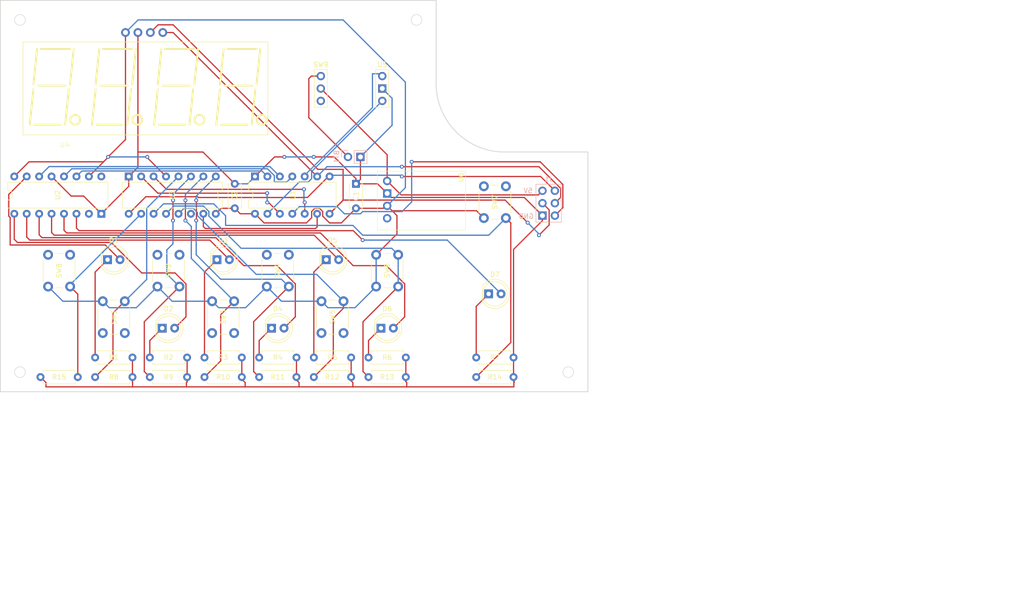
<source format=kicad_pcb>
(kicad_pcb (version 20221018) (generator pcbnew)
  (title_block (title "Digi-Roll") (date "2024-09-04") (rev "1") (company "zbauman3"))
  (layers (0 "F.Cu" signal) (31 "B.Cu" signal) (34 "B.Paste" user) (35 "F.Paste" user) (36 "B.SilkS" user "B.Silkscreen") (37 "F.SilkS" user "F.Silkscreen") (38 "B.Mask" user) (39 "F.Mask" user) (44 "Edge.Cuts" user))
  (net 0 "")
  (net 1 "+5V")
  (net 2 "GND")
  (net 3 "Net-(D1-K)")
  (net 4 "Net-(D1-A)")
  (net 5 "Net-(D2-K)")
  (net 6 "Net-(D2-A)")
  (net 7 "Net-(D3-K)")
  (net 8 "Net-(D3-A)")
  (net 9 "Net-(D4-K)")
  (net 10 "Net-(D4-A)")
  (net 11 "Net-(D5-K)")
  (net 12 "Net-(D5-A)")
  (net 13 "Net-(D6-K)")
  (net 14 "Net-(D6-A)")
  (net 15 "Net-(D7-K)")
  (net 16 "Net-(D7-A)")
  (net 17 "Net-(U1-XTAL1{slash}PB0)")
  (net 18 "Net-(U1-XTAL2{slash}PB1)")
  (net 19 "Net-(J1-MISO)")
  (net 20 "Net-(U1-PB2)")
  (net 21 "Net-(U1-PA7)")
  (net 22 "Net-(J1-SCK)")
  (net 23 "Net-(J1-MOSI)")
  (net 24 "Net-(J1-~{RST})")
  (net 25 "Net-(U1-PA3)")
  (net 26 "Net-(U1-PA2)")
  (net 27 "Net-(U1-PA1)")
  (net 28 "Net-(U1-AREF{slash}PA0)")
  (net 33 "Net-(BT1-+)")
  (net 34 "Net-(U3-D7)")
  (net 35 "Net-(U3-D6)")
  (net 36 "Net-(U3-D5)")
  (net 37 "Net-(U3-D4)")
  (net 38 "Net-(U3-D3)")
  (net 39 "Net-(U3-D2)")
  (net 40 "Net-(U3-D1)")
  (net 41 "Net-(U3-D0)")
  (net 42 "Net-(J1-VCC)")
  (footprint "Resistor_THT:R_Axial_DIN0207_L6.3mm_D2.5mm_P7.62mm_Horizontal" (layer "F.Cu") (at 71.856664 92)
    (fp_text reference "R4")
    (fp_text value "2.4K")
  )
  (footprint "Zane:Adafruit_7_seg" (layer "F.Cu") (at 49 35.094999)
    (fp_text reference "U4")
    (fp_text value "~")
  )
  (footprint "Package_DIP:DIP-16_W7.62mm" (layer "F.Cu") (at 21.84 62.62 90)
    (fp_text reference "U2")
    (fp_text value "74HC595")
  )
  (footprint "LED_THT:LED_D5.0mm" (layer "F.Cu") (at 96.725 86)
    (fp_text reference "D6")
    (fp_text value "LED")
  )
  (footprint "LED_THT:LED_D5.0mm" (layer "F.Cu") (at 118.725 79)
    (fp_text reference "D7")
    (fp_text value "LED")
  )
  (footprint "Resistor_THT:R_Axial_DIN0207_L6.3mm_D2.5mm_P7.62mm_Horizontal" (layer "F.Cu") (at 94.19 96)
    (fp_text reference "R13")
    (fp_text value "1M")
  )
  (footprint "Capacitor_THT:C_Disc_D4.7mm_W2.5mm_P5.00mm" (layer "F.Cu") (at 91.63 61.5 90)
    (fp_text reference "C1")
    (fp_text value "0.1µF")
  )
  (footprint "LED_THT:LED_D5.0mm" (layer "F.Cu") (at 63.224998 72)
    (fp_text reference "D3")
    (fp_text value "LED")
  )
  (footprint "Resistor_THT:R_Axial_DIN0207_L6.3mm_D2.5mm_P7.62mm_Horizontal" (layer "F.Cu") (at 38.356666 96)
    (fp_text reference "R8")
    (fp_text value "1M")
  )
  (footprint "Resistor_THT:R_Axial_DIN0207_L6.3mm_D2.5mm_P7.62mm_Horizontal" (layer "F.Cu") (at 34.81 96 180)
    (fp_text reference "R15")
    (fp_text value "1M")
  )
  (footprint "LED_THT:LED_D5.0mm" (layer "F.Cu") (at 85.55833 72)
    (fp_text reference "D5")
    (fp_text value "LED")
  )
  (footprint "LED_THT:LED_D5.0mm" (layer "F.Cu") (at 52.058332 86)
    (fp_text reference "D2")
    (fp_text value "LED")
  )
  (footprint "Resistor_THT:R_Axial_DIN0207_L6.3mm_D2.5mm_P7.62mm_Horizontal" (layer "F.Cu") (at 83.02333 92)
    (fp_text reference "R5")
    (fp_text value "2.4K")
  )
  (footprint "Resistor_THT:R_Axial_DIN0207_L6.3mm_D2.5mm_P7.62mm_Horizontal" (layer "F.Cu") (at 94.19 92)
    (fp_text reference "R6")
    (fp_text value "2.4K")
  )
  (footprint "Button_Switch_THT:SW_PUSH_6mm_H5mm" (layer "F.Cu") (at 62.249998 87 90)
    (fp_text reference "SW3")
    (fp_text value "SW_MEC_5E")
  )
  (footprint "Button_Switch_THT:SW_PUSH_6mm_H5mm" (layer "F.Cu") (at 117.75 63.5 90)
    (fp_text reference "SW7")
    (fp_text value "SW_MEC_5E")
  )
  (footprint "Button_Switch_THT:SW_PUSH_6mm_H5mm" (layer "F.Cu") (at 95.749996 77.5 90)
    (fp_text reference "SW6")
    (fp_text value "SW_MEC_5E")
  )
  (footprint "Capacitor_THT:C_Disc_D4.7mm_W2.5mm_P5.00mm" (layer "F.Cu") (at 66.875 61.5 90)
    (fp_text reference "C2")
    (fp_text value "0.1µF")
  )
  (footprint "Button_Switch_THT:SW_PUSH_6mm_H5mm" (layer "F.Cu") (at 84.58333 87 90)
    (fp_text reference "SW5")
    (fp_text value "SW_MEC_5E")
  )
  (footprint "LED_THT:LED_D5.0mm" (layer "F.Cu") (at 74.391664 86)
    (fp_text reference "D4")
    (fp_text value "LED")
  )
  (footprint "Button_Switch_THT:SW_PUSH_6mm_H5mm" (layer "F.Cu") (at 39.916666 87 90)
    (fp_text reference "SW1")
    (fp_text value "SW_MEC_5E")
  )
  (footprint "Button_Switch_THT:SW_PUSH_6mm_H5mm" (layer "F.Cu") (at 73.416664 77.5 90)
    (fp_text reference "SW4")
    (fp_text value "SW_MEC_5E")
  )
  (footprint "Connector_PinHeader_2.54mm:PinHeader_1x03_P2.54mm_Vertical" (layer "F.Cu") (at 84.447799 34.475)
    (fp_text reference "SW9")
    (fp_text value "SW_DPST_x2")
  )
  (footprint "LED_THT:LED_D5.0mm" (layer "F.Cu") (at 40.891666 72)
    (fp_text reference "D1")
    (fp_text value "LED")
  )
  (footprint "Resistor_THT:R_Axial_DIN0207_L6.3mm_D2.5mm_P7.62mm_Horizontal" (layer "F.Cu") (at 116.19 92)
    (fp_text reference "R7")
    (fp_text value "2.4K")
  )
  (footprint "Button_Switch_THT:SW_PUSH_6mm_H5mm" (layer "F.Cu") (at 28.75 77.5 90)
    (fp_text reference "SW8")
    (fp_text value "SW_MEC_5E")
  )
  (footprint "Resistor_THT:R_Axial_DIN0207_L6.3mm_D2.5mm_P7.62mm_Horizontal" (layer "F.Cu") (at 71.856664 96)
    (fp_text reference "R11")
    (fp_text value "1M")
  )
  (footprint "Resistor_THT:R_Axial_DIN0207_L6.3mm_D2.5mm_P7.62mm_Horizontal" (layer "F.Cu") (at 49.523332 92)
    (fp_text reference "R2")
    (fp_text value "2.4K")
  )
  (footprint "Package_DIP:DIP-16_W7.62mm" (layer "F.Cu") (at 63 55 -90)
    (fp_text reference "U3")
    (fp_text value "~")
  )
  (footprint "Zane:Adafruit_Miniboost" (layer "F.Cu") (at 98 55.92)
    (fp_text reference "U6")
    (fp_text value "~")
  )
  (footprint "Resistor_THT:R_Axial_DIN0207_L6.3mm_D2.5mm_P7.62mm_Horizontal" (layer "F.Cu") (at 60.689998 92)
    (fp_text reference "R3")
    (fp_text value "2.4K")
  )
  (footprint "Resistor_THT:R_Axial_DIN0207_L6.3mm_D2.5mm_P7.62mm_Horizontal" (layer "F.Cu") (at 116.19 96)
    (fp_text reference "R14")
    (fp_text value "1M")
  )
  (footprint "Resistor_THT:R_Axial_DIN0207_L6.3mm_D2.5mm_P7.62mm_Horizontal" (layer "F.Cu") (at 83.02333 96)
    (fp_text reference "R12")
    (fp_text value "1M")
  )
  (footprint "Connector_PinHeader_2.54mm:PinHeader_1x03_P2.54mm_Vertical" (layer "F.Cu") (at 97 34.475)
    (fp_text reference "U5")
    (fp_text value "~")
  )
  (footprint "Button_Switch_THT:SW_PUSH_6mm_H5mm" (layer "F.Cu") (at 51.083332 77.5 90)
    (fp_text reference "SW2")
    (fp_text value "SW_MEC_5E")
  )
  (footprint "Resistor_THT:R_Axial_DIN0207_L6.3mm_D2.5mm_P7.62mm_Horizontal" (layer "F.Cu") (at 49.523332 96)
    (fp_text reference "R9")
    (fp_text value "1M")
  )
  (footprint "Resistor_THT:R_Axial_DIN0207_L6.3mm_D2.5mm_P7.62mm_Horizontal" (layer "F.Cu") (at 38.356666 92)
    (fp_text reference "R1")
    (fp_text value "2.4K")
  )
  (footprint "Package_DIP:DIP-14_W7.62mm" (layer "F.Cu") (at 71 62.62 90)
    (fp_text reference "U1")
    (fp_text value "ATtiny84-20P")
  )
  (footprint "Resistor_THT:R_Axial_DIN0207_L6.3mm_D2.5mm_P7.62mm_Horizontal" (layer "F.Cu") (at 60.689998 96)
    (fp_text reference "R10")
    (fp_text value "1M")
  )
  (footprint "Connector_PinHeader_2.54mm:PinHeader_2x03_P2.54mm_Vertical" (layer "B.Cu") (at 132.258299 57.92 180)
    (fp_text reference "J1")
    (fp_text value "AVR-ISP-6")
  )
  (footprint "Connector_PinHeader_2.54mm:PinHeader_1x02_P2.54mm_Vertical" (layer "B.Cu") (at 90 51 -90)
    (fp_text reference "BT1")
    (fp_text value "Battery")
  )
  (gr_circle (center 23 23) (end 24.1 23) (stroke (width 0.1)) (fill none) (layer "Edge.Cuts"))
  (gr_line (start 19 19) (end 108 19) (stroke (width 0.15)) (layer "Edge.Cuts"))
  (gr_line (start 139 99) (end 19 99) (stroke (width 0.15)) (layer "Edge.Cuts"))
  (gr_circle (center 23 95) (end 24.1 95) (stroke (width 0.1)) (fill none) (layer "Edge.Cuts"))
  (gr_line (start 122 50) (end 139 50) (stroke (width 0.15)) (layer "Edge.Cuts"))
  (gr_line (start 108 36) (end 108 19) (stroke (width 0.15)) (layer "Edge.Cuts"))
  (gr_line (start 139 50) (end 139 99) (stroke (width 0.15)) (layer "Edge.Cuts"))
  (gr_circle (center 104 23) (end 105.1 23) (stroke (width 0.1)) (fill none) (layer "Edge.Cuts"))
  (gr_line (start 19 99) (end 19 19) (stroke (width 0.15)) (layer "Edge.Cuts"))
  (gr_circle (center 135 95) (end 136.1 95) (stroke (width 0.1)) (fill none) (layer "Edge.Cuts"))
  (gr_arc (start 122 50) (mid 112.100506 45.899495) (end 108 36) (stroke (width 0.15)) (layer "Edge.Cuts"))
  (gr_text "5V" (at 127.785489 58.49919) (layer "B.SilkS") (effects (font (size 1 1)) (justify left bottom mirror)))
  (gr_text "GND" (at 128.032605 63.738061) (layer "B.SilkS") (effects (font (size 1 1)) (justify left bottom mirror)))
  (segment (start 83.234009 61.495) (end 82.575 62.154009) (width 0.25) (layer "F.Cu") (net 1))
  (segment (start 100 63) (end 99 62) (width 0.25) (layer "F.Cu") (net 1))
  (segment (start 100 66.749996) (end 100 63) (width 0.25) (layer "F.Cu") (net 1))
  (segment (start 44.554999 25.57) (end 44.554999 47.525001) (width 0.25) (layer "F.Cu") (net 1))
  (segment (start 24.84 52) (end 34.08 52) (width 0.25) (layer "F.Cu") (net 1))
  (segment (start 41 51.08) (end 40.04 52.04) (width 0.25) (layer "F.Cu") (net 1))
  (segment (start 88.636346 64.493654) (end 86.232663 64.493654) (width 0.25) (layer "F.Cu") (net 1))
  (segment (start 71 62.62) (end 67.995 62.62) (width 0.25) (layer "F.Cu") (net 1))
  (segment (start 66.875 61.5) (end 64.12 61.5) (width 0.25) (layer "F.Cu") (net 1))
  (segment (start 52.84 55) (end 49 51.16) (width 0.25) (layer "F.Cu") (net 1))
  (segment (start 81.506346 64.493654) (end 72.873654 64.493654) (width 0.25) (layer "F.Cu") (net 1))
  (segment (start 86.232663 64.493654) (end 84.825 63.085991) (width 0.25) (layer "F.Cu") (net 1))
  (segment (start 44.474999 47.525001) (end 44.554999 47.525001) (width 0.25) (layer "F.Cu") (net 1))
  (segment (start 41 51) (end 41 51.08) (width 0.25) (layer "F.Cu") (net 1))
  (segment (start 64.12 61.5) (end 63 62.62) (width 0.25) (layer "F.Cu") (net 1))
  (segment (start 84.165991 61.495) (end 83.234009 61.495) (width 0.25) (layer "F.Cu") (net 1))
  (segment (start 49 51.16) (end 49 51) (width 0.25) (layer "F.Cu") (net 1))
  (segment (start 84.825 62.154009) (end 84.165991 61.495) (width 0.25) (layer "F.Cu") (net 1))
  (segment (start 40.04 52.04) (end 37.08 55) (width 0.25) (layer "F.Cu") (net 1))
  (segment (start 67.995 62.62) (end 66.875 61.5) (width 0.25) (layer "F.Cu") (net 1))
  (segment (start 91.63 61.5) (end 97.5 61.5) (width 0.25) (layer "F.Cu") (net 1))
  (segment (start 21.84 55) (end 24.84 52) (width 0.25) (layer "F.Cu") (net 1))
  (segment (start 97.5 61.5) (end 98 61) (width 0.25) (layer "F.Cu") (net 1))
  (segment (start 95.749996 71) (end 100 66.749996) (width 0.25) (layer "F.Cu") (net 1))
  (segment (start 82.575 62.154009) (end 82.575 63.425) (width 0.25) (layer "F.Cu") (net 1))
  (segment (start 41 51) (end 44.474999 47.525001) (width 0.25) (layer "F.Cu") (net 1))
  (segment (start 72.873654 64.493654) (end 71 62.62) (width 0.25) (layer "F.Cu") (net 1))
  (segment (start 40 52) (end 40.04 52.04) (width 0.25) (layer "F.Cu") (net 1))
  (segment (start 91.63 61.5) (end 88.636346 64.493654) (width 0.25) (layer "F.Cu") (net 1))
  (segment (start 34.08 52) (end 40 52) (width 0.25) (layer "F.Cu") (net 1))
  (segment (start 99 62) (end 98 61) (width 0.25) (layer "F.Cu") (net 1))
  (segment (start 82.575 63.425) (end 81.506346 64.493654) (width 0.25) (layer "F.Cu") (net 1))
  (segment (start 116.25 62) (end 99 62) (width 0.25) (layer "F.Cu") (net 1))
  (segment (start 84.825 63.085991) (end 84.825 62.154009) (width 0.25) (layer "F.Cu") (net 1))
  (segment (start 117.75 63.5) (end 116.25 62) (width 0.25) (layer "F.Cu") (net 1))
  (via (at 41 51) (size 0.8) (drill 0.4) (layers "F.Cu" "B.Cu") (net 1))
  (via (at 49 51) (size 0.8) (drill 0.4) (layers "F.Cu" "B.Cu") (net 1))
  (segment (start 51.083332 77.5) (end 46.758332 81.825) (width 0.25) (layer "B.Cu") (net 1))
  (segment (start 31.75 80.5) (end 28.75 77.5) (width 0.25) (layer "B.Cu") (net 1))
  (segment (start 95.749996 77.5) (end 91.424996 81.825) (width 0.25) (layer "B.Cu") (net 1))
  (segment (start 95.749996 71) (end 95.749996 77.5) (width 0.25) (layer "B.Cu") (net 1))
  (segment (start 62.249998 80.5) (end 54.083332 80.5) (width 0.25) (layer "B.Cu") (net 1))
  (segment (start 84.58333 80.5) (end 76.416664 80.5) (width 0.25) (layer "B.Cu") (net 1))
  (segment (start 69.091664 81.825) (end 63.574998 81.825) (width 0.25) (layer "B.Cu") (net 1))
  (segment (start 63.574998 81.825) (end 62.249998 80.5) (width 0.25) (layer "B.Cu") (net 1))
  (segment (start 46.758332 81.825) (end 41.241666 81.825) (width 0.25) (layer "B.Cu") (net 1))
  (segment (start 85.90833 81.825) (end 84.58333 80.5) (width 0.25) (layer "B.Cu") (net 1))
  (segment (start 73.416664 77.5) (end 69.091664 81.825) (width 0.25) (layer "B.Cu") (net 1))
  (segment (start 91.424996 81.825) (end 85.90833 81.825) (width 0.25) (layer "B.Cu") (net 1))
  (segment (start 101.725 35.725) (end 101.725 57.275) (width 0.25) (layer "B.Cu") (net 1))
  (segment (start 89 23) (end 101.725 35.725) (width 0.25) (layer "B.Cu") (net 1))
  (segment (start 54.083332 80.5) (end 51.083332 77.5) (width 0.25) (layer "B.Cu") (net 1))
  (segment (start 41.241666 81.825) (end 39.916666 80.5) (width 0.25) (layer "B.Cu") (net 1))
  (segment (start 76.416664 80.5) (end 73.416664 77.5) (width 0.25) (layer "B.Cu") (net 1))
  (segment (start 39.916666 80.5) (end 31.75 80.5) (width 0.25) (layer "B.Cu") (net 1))
  (segment (start 44.554999 25.57) (end 47.124999 23) (width 0.25) (layer "B.Cu") (net 1))
  (segment (start 47.124999 23) (end 89 23) (width 0.25) (layer "B.Cu") (net 1))
  (segment (start 49 51) (end 41 51) (width 0.25) (layer "B.Cu") (net 1))
  (segment (start 101.725 57.275) (end 98 61) (width 0.25) (layer "B.Cu") (net 1))
  (segment (start 124 97) (end 123.81 96.81) (width 0.25) (layer "F.Cu") (net 2))
  (segment (start 90.64333 96.76833) (end 91 97.125) (width 0.25) (layer "F.Cu") (net 2))
  (segment (start 69 98) (end 80 98) (width 0.25) (layer "F.Cu") (net 2))
  (segment (start 79.476664 96) (end 79.476664 96.601664) (width 0.25) (layer "F.Cu") (net 2))
  (segment (start 45.976666 92) (end 45.976666 96) (width 0.25) (layer "F.Cu") (net 2))
  (segment (start 60.375 50) (end 47.094999 50) (width 0.25) (layer "F.Cu") (net 2))
  (segment (start 57 98) (end 69 98) (width 0.25) (layer "F.Cu") (net 2))
  (segment (start 28.315 97.125) (end 28.315 98) (width 0.25) (layer "F.Cu") (net 2))
  (segment (start 33.46 59) (end 29.46 55) (width 0.25) (layer "F.Cu") (net 2))
  (segment (start 123.875 97.125) (end 124 97) (width 0.25) (layer "F.Cu") (net 2))
  (segment (start 123.875 98) (end 123.875 97.125) (width 0.25) (layer "F.Cu") (net 2))
  (segment (start 75 51) (end 71 55) (width 0.25) (layer "F.Cu") (net 2))
  (segment (start 36 59) (end 33.46 59) (width 0.25) (layer "F.Cu") (net 2))
  (segment (start 98.823161 59.283161) (end 98 58.46) (width 0.25) (layer "F.Cu") (net 2))
  (segment (start 101.81 96.935) (end 101.81 96) (width 0.25) (layer "F.Cu") (net 2))
  (segment (start 91.63 56.5) (end 91.63 55.45) (width 0.25) (layer "F.Cu") (net 2))
  (segment (start 45.22 55) (end 45.22 57.02) (width 0.25) (layer "F.Cu") (net 2))
  (segment (start 102 98) (end 102 97.125) (width 0.25) (layer "F.Cu") (net 2))
  (segment (start 90.64333 96) (end 90.64333 92) (width 0.25) (layer "F.Cu") (net 2))
  (segment (start 80 98) (end 91 98) (width 0.25) (layer "F.Cu") (net 2))
  (segment (start 129.718299 64.011701) (end 129.718299 63) (width 0.25) (layer "F.Cu") (net 2))
  (segment (start 68.309998 96.434998) (end 68.309998 96) (width 0.25) (layer "F.Cu") (net 2))
  (segment (start 69 98) (end 69 97.125) (width 0.25) (layer "F.Cu") (net 2))
  (segment (start 92.54 51) (end 92.54 55.59) (width 0.25) (layer "F.Cu") (net 2))
  (segment (start 28.315 98) (end 46 98) (width 0.25) (layer "F.Cu") (net 2))
  (segment (start 57.143332 96.981668) (end 57.143332 96) (width 0.25) (layer "F.Cu") (net 2))
  (segment (start 92.54 55.59) (end 91.63 56.5) (width 0.25) (layer "F.Cu") (net 2))
  (segment (start 102 97.125) (end 101.81 96.935) (width 0.25) (layer "F.Cu") (net 2))
  (segment (start 123.81 69.92) (end 129.718299 64.011701) (width 0.25) (layer "F.Cu") (net 2))
  (segment (start 87.18 51) (end 83 51) (width 0.25) (layer "F.Cu") (net 2))
  (segment (start 47.094999 25.57) (end 47.094999 50) (width 0.25) (layer "F.Cu") (net 2))
  (segment (start 57.143332 92) (end 57.143332 96) (width 0.25) (layer "F.Cu") (net 2))
  (segment (start 96.04 56.5) (end 98 58.46) (width 0.25) (layer "F.Cu") (net 2))
  (segment (start 91 98) (end 91 97.125) (width 0.25) (layer "F.Cu") (net 2))
  (segment (start 123.81 92) (end 123.81 69.92) (width 0.25) (layer "F.Cu") (net 2))
  (segment (start 129.718299 63) (end 126.00146 59.283161) (width 0.25) (layer "F.Cu") (net 2))
  (segment (start 69 97.125) (end 68.309998 96.434998) (width 0.25) (layer "F.Cu") (net 2))
  (segment (start 101.81 96) (end 101.81 92) (width 0.25) (layer "F.Cu") (net 2))
  (segment (start 77 51) (end 75 51) (width 0.25) (layer "F.Cu") (net 2))
  (segment (start 102 98) (end 123.875 98) (width 0.25) (layer "F.Cu") (net 2))
  (segment (start 79.476664 96.601664) (end 80 97.125) (width 0.25) (layer "F.Cu") (net 2))
  (segment (start 47.094999 50) (end 47.094999 52) (width 0.25) (layer "F.Cu") (net 2))
  (segment (start 45.976666 97.101666) (end 46 97.125) (width 0.25) (layer "F.Cu") (net 2))
  (segment (start 57 97.125) (end 57.143332 96.981668) (width 0.25) (layer "F.Cu") (net 2))
  (segment (start 28.315 97.125) (end 27.19 96) (width 0.25) (layer "F.Cu") (net 2))
  (segment (start 47.094999 53.125001) (end 45.22 55) (width 0.25) (layer "F.Cu") (net 2))
  (segment (start 46 98) (end 57 98) (width 0.25) (layer "F.Cu") (net 2))
  (segment (start 123.81 96.81) (end 123.81 96) (width 0.25) (layer "F.Cu") (net 2))
  (segment (start 91.63 55.45) (end 87.18 51) (width 0.25) (layer "F.Cu") (net 2))
  (segment (start 79.476664 92) (end 79.476664 96) (width 0.25) (layer "F.Cu") (net 2))
  (segment (start 45.22 57.02) (end 39.62 62.62) (width 0.25) (layer "F.Cu") (net 2))
  (segment (start 46 98) (end 46 97.125) (width 0.25) (layer "F.Cu") (net 2))
  (segment (start 39.62 62.62) (end 36 59) (width 0.25) (layer "F.Cu") (net 2))
  (segment (start 66.875 56.5) (end 60.375 50) (width 0.25) (layer "F.Cu") (net 2))
  (segment (start 68.309998 92) (end 68.309998 96) (width 0.25) (layer "F.Cu") (net 2))
  (segment (start 91.63 56.5) (end 96.04 56.5) (width 0.25) (layer "F.Cu") (net 2))
  (segment (start 80 98) (end 80 97.125) (width 0.25) (layer "F.Cu") (net 2))
  (segment (start 90.64333 96) (end 90.64333 96.76833) (width 0.25) (layer "F.Cu") (net 2))
  (segment (start 45.976666 96) (end 45.976666 97.101666) (width 0.25) (layer "F.Cu") (net 2))
  (segment (start 57 98) (end 57 97.125) (width 0.25) (layer "F.Cu") (net 2))
  (segment (start 91 98) (end 102 98) (width 0.25) (layer "F.Cu") (net 2))
  (segment (start 126.00146 59.283161) (end 98.823161 59.283161) (width 0.25) (layer "F.Cu") (net 2))
  (segment (start 123.81 96) (end 123.81 92) (width 0.25) (layer "F.Cu") (net 2))
  (segment (start 47.094999 52) (end 47.094999 53.125001) (width 0.25) (layer "F.Cu") (net 2))
  (via (at 83 51) (size 0.8) (drill 0.4) (layers "F.Cu" "B.Cu") (net 2))
  (via (at 77 51) (size 0.8) (drill 0.4) (layers "F.Cu" "B.Cu") (net 2))
  (segment (start 99 39.015) (end 97 37.015) (width 0.25) (layer "B.Cu") (net 2))
  (segment (start 66.875 56.5) (end 69.5 56.5) (width 0.25) (layer "B.Cu") (net 2))
  (segment (start 92.54 51) (end 99 44.54) (width 0.25) (layer "B.Cu") (net 2))
  (segment (start 99 44.54) (end 99 39.015) (width 0.25) (layer "B.Cu") (net 2))
  (segment (start 69.5 56.5) (end 71 55) (width 0.25) (layer "B.Cu") (net 2))
  (segment (start 83 51) (end 77 51) (width 0.25) (layer "B.Cu") (net 2))
  (segment (start 38.356666 92) (end 38.356666 74.535) (width 0.25) (layer "F.Cu") (net 3))
  (segment (start 38.356666 74.535) (end 40.891666 72) (width 0.25) (layer "F.Cu") (net 3))
  (segment (start 40.431666 69) (end 21 69) (width 0.25) (layer "F.Cu") (net 4))
  (segment (start 21 69) (end 21 63.370991) (width 0.25) (layer "F.Cu") (net 4))
  (segment (start 20.715 63.085991) (end 20.715 58.665) (width 0.25) (layer "F.Cu") (net 4))
  (segment (start 20.715 58.665) (end 24.38 55) (width 0.25) (layer "F.Cu") (net 4))
  (segment (start 21 63.370991) (end 20.715 63.085991) (width 0.25) (layer "F.Cu") (net 4))
  (segment (start 43.431666 72) (end 40.431666 69) (width 0.25) (layer "F.Cu") (net 4))
  (segment (start 49.523332 88.535) (end 52.058332 86) (width 0.25) (layer "F.Cu") (net 5))
  (segment (start 49.523332 92) (end 49.523332 88.535) (width 0.25) (layer "F.Cu") (net 5))
  (segment (start 22.483667 68.483667) (end 21.84 67.84) (width 0.25) (layer "F.Cu") (net 6))
  (segment (start 54.678561 74.721396) (end 47.885474 74.721396) (width 0.25) (layer "F.Cu") (net 6))
  (segment (start 56.908332 83.69) (end 56.908332 76.951167) (width 0.25) (layer "F.Cu") (net 6))
  (segment (start 41.647745 68.483667) (end 22.483667 68.483667) (width 0.25) (layer "F.Cu") (net 6))
  (segment (start 54.598332 86) (end 56.908332 83.69) (width 0.25) (layer "F.Cu") (net 6))
  (segment (start 47.885474 74.721396) (end 41.647745 68.483667) (width 0.25) (layer "F.Cu") (net 6))
  (segment (start 56.908332 76.951167) (end 54.678561 74.721396) (width 0.25) (layer "F.Cu") (net 6))
  (segment (start 21.84 67.84) (end 21.84 62.62) (width 0.25) (layer "F.Cu") (net 6))
  (segment (start 60.689998 74.535) (end 63.224998 72) (width 0.25) (layer "F.Cu") (net 7))
  (segment (start 60.689998 92) (end 60.689998 74.535) (width 0.25) (layer "F.Cu") (net 7))
  (segment (start 24.38 67.38) (end 24.38 62.62) (width 0.25) (layer "F.Cu") (net 8))
  (segment (start 65.764998 72) (end 61.764998 68) (width 0.25) (layer "F.Cu") (net 8))
  (segment (start 61.764998 68) (end 25 68) (width 0.25) (layer "F.Cu") (net 8))
  (segment (start 25 68) (end 24.38 67.38) (width 0.25) (layer "F.Cu") (net 8))
  (segment (start 71.856664 88.535) (end 74.391664 86) (width 0.25) (layer "F.Cu") (net 9))
  (segment (start 71.856664 92) (end 71.856664 88.535) (width 0.25) (layer "F.Cu") (net 9))
  (segment (start 63.00742 67.51001) (end 27.51001 67.51001) (width 0.25) (layer "F.Cu") (net 10))
  (segment (start 27.51001 67.51001) (end 26.92 66.92) (width 0.25) (layer "F.Cu") (net 10))
  (segment (start 79.241664 83.69) (end 79.241664 76.951167) (width 0.25) (layer "F.Cu") (net 10))
  (segment (start 79.241664 76.951167) (end 75.515497 73.225) (width 0.25) (layer "F.Cu") (net 10))
  (segment (start 68.72241 73.225) (end 63.00742 67.51001) (width 0.25) (layer "F.Cu") (net 10))
  (segment (start 76.931664 86) (end 79.241664 83.69) (width 0.25) (layer "F.Cu") (net 10))
  (segment (start 75.515497 73.225) (end 68.72241 73.225) (width 0.25) (layer "F.Cu") (net 10))
  (segment (start 26.92 66.92) (end 26.92 62.62) (width 0.25) (layer "F.Cu") (net 10))
  (segment (start 83.02333 92) (end 83.02333 74.535) (width 0.25) (layer "F.Cu") (net 11))
  (segment (start 83.02333 74.535) (end 85.55833 72) (width 0.25) (layer "F.Cu") (net 11))
  (segment (start 30 67) (end 29.46 66.46) (width 0.25) (layer "F.Cu") (net 12))
  (segment (start 29.46 66.46) (end 29.46 62.62) (width 0.25) (layer "F.Cu") (net 12))
  (segment (start 83.09833 67) (end 30 67) (width 0.25) (layer "F.Cu") (net 12))
  (segment (start 88.09833 72) (end 83.09833 67) (width 0.25) (layer "F.Cu") (net 12))
  (segment (start 94.19 92) (end 94.19 88.535) (width 0.25) (layer "F.Cu") (net 13))
  (segment (start 94.19 88.535) (end 96.725 86) (width 0.25) (layer "F.Cu") (net 13))
  (segment (start 91.055742 73.225) (end 84.370408 66.539666) (width 0.25) (layer "F.Cu") (net 14))
  (segment (start 32 66) (end 32 62.62) (width 0.25) (layer "F.Cu") (net 14))
  (segment (start 97.848829 73.225) (end 91.055742 73.225) (width 0.25) (layer "F.Cu") (net 14))
  (segment (start 99.265 86) (end 101.574996 83.690004) (width 0.25) (layer "F.Cu") (net 14))
  (segment (start 101.574996 76.951167) (end 97.848829 73.225) (width 0.25) (layer "F.Cu") (net 14))
  (segment (start 32.539666 66.539666) (end 32 66) (width 0.25) (layer "F.Cu") (net 14))
  (segment (start 101.574996 83.690004) (end 101.574996 76.951167) (width 0.25) (layer "F.Cu") (net 14))
  (segment (start 84.370408 66.539666) (end 32.539666 66.539666) (width 0.25) (layer "F.Cu") (net 14))
  (segment (start 116.19 92) (end 116.19 81.535) (width 0.25) (layer "F.Cu") (net 15))
  (segment (start 116.19 81.535) (end 118.725 79) (width 0.25) (layer "F.Cu") (net 15))
  (segment (start 35.079332 66.079332) (end 34.54 65.54) (width 0.25) (layer "F.Cu") (net 16))
  (segment (start 93 68) (end 91.079332 66.079332) (width 0.25) (layer "F.Cu") (net 16))
  (segment (start 91.079332 66.079332) (end 35.079332 66.079332) (width 0.25) (layer "F.Cu") (net 16))
  (segment (start 34.54 65.54) (end 34.54 62.62) (width 0.25) (layer "F.Cu") (net 16))
  (via (at 93 68) (size 0.8) (drill 0.4) (layers "F.Cu" "B.Cu") (net 16))
  (segment (start 121.265 79) (end 110.265 68) (width 0.25) (layer "B.Cu") (net 16))
  (segment (start 110.265 68) (end 93 68) (width 0.25) (layer "B.Cu") (net 16))
  (segment (start 82.575 55.425) (end 81.875 56.125) (width 0.25) (layer "B.Cu") (net 17))
  (segment (start 80.035 56.125) (end 73.54 62.62) (width 0.25) (layer "B.Cu") (net 17))
  (segment (start 82.575 53.98) (end 82.575 55.425) (width 0.25) (layer "B.Cu") (net 17))
  (segment (start 97 39.555) (end 82.575 53.98) (width 0.25) (layer "B.Cu") (net 17))
  (segment (start 81.875 56.125) (end 80.035 56.125) (width 0.25) (layer "B.Cu") (net 17))
  (segment (start 73.507441 60.313057) (end 73.773057 60.313057) (width 0.25) (layer "F.Cu") (net 18))
  (segment (start 51.170565 58.410565) (end 73.48424 58.410565) (width 0.25) (layer "F.Cu") (net 18))
  (segment (start 73.773057 60.313057) (end 76.08 62.62) (width 0.25) (layer "F.Cu") (net 18))
  (segment (start 47.76 55) (end 51.170565 58.410565) (width 0.25) (layer "F.Cu") (net 18))
  (via (at 73.507441 60.313057) (size 0.8) (drill 0.4) (layers "F.Cu" "B.Cu") (net 18))
  (via (at 73.48424 58.410565) (size 0.8) (drill 0.4) (layers "F.Cu" "B.Cu") (net 18))
  (segment (start 73.48424 58.410565) (end 73.48424 60.289856) (width 0.25) (layer "B.Cu") (net 18))
  (segment (start 73.48424 60.289856) (end 73.507441 60.313057) (width 0.25) (layer "B.Cu") (net 18))
  (segment (start 80.682488 59.292207) (end 80.699695 59.275) (width 0.25) (layer "F.Cu") (net 19))
  (segment (start 86 55) (end 86.24 55) (width 0.25) (layer "F.Cu") (net 19))
  (segment (start 59.300305 59.1455) (end 59.447012 59.292207) (width 0.25) (layer "F.Cu") (net 19))
  (segment (start 132.258299 57.92) (end 129.338299 55) (width 0.25) (layer "F.Cu") (net 19))
  (segment (start 59.447012 59.292207) (end 80.682488 59.292207) (width 0.25) (layer "F.Cu") (net 19))
  (segment (start 81.725 59.275) (end 86 55) (width 0.25) (layer "F.Cu") (net 19))
  (segment (start 129.338299 55) (end 101 55) (width 0.25) (layer "F.Cu") (net 19))
  (segment (start 80.699695 59.275) (end 81.725 59.275) (width 0.25) (layer "F.Cu") (net 19))
  (segment (start 48.6945 59.1455) (end 59.300305 59.1455) (width 0.25) (layer "F.Cu") (net 19))
  (segment (start 45.22 62.62) (end 48.6945 59.1455) (width 0.25) (layer "F.Cu") (net 19))
  (via (at 101 55) (size 0.8) (drill 0.4) (layers "F.Cu" "B.Cu") (net 19))
  (segment (start 100.745 54.745) (end 86.495 54.745) (width 0.25) (layer "B.Cu") (net 19))
  (segment (start 101 55) (end 100.745 54.745) (width 0.25) (layer "B.Cu") (net 19))
  (segment (start 86.495 54.745) (end 86.24 55) (width 0.25) (layer "B.Cu") (net 19))
  (segment (start 52.925 57.625) (end 50.3 55) (width 0.25) (layer "F.Cu") (net 20))
  (segment (start 80.992704 57.625) (end 52.925 57.625) (width 0.25) (layer "F.Cu") (net 20))
  (segment (start 81 57.617704) (end 80.992704 57.625) (width 0.25) (layer "F.Cu") (net 20))
  (segment (start 81.16 60.297302) (end 81.16 62.62) (width 0.25) (layer "F.Cu") (net 20))
  (via (at 81 57.617704) (size 0.8) (drill 0.4) (layers "F.Cu" "B.Cu") (net 20))
  (via (at 81.16 60.297302) (size 0.8) (drill 0.4) (layers "F.Cu" "B.Cu") (net 20))
  (segment (start 81 57.617704) (end 81 60.137302) (width 0.25) (layer "B.Cu") (net 20))
  (segment (start 81 60.137302) (end 81.16 60.297302) (width 0.25) (layer "B.Cu") (net 20))
  (segment (start 60.46 65.226844) (end 60.862488 65.629332) (width 0.25) (layer "F.Cu") (net 21))
  (segment (start 60.862488 65.629332) (end 83.370668 65.629332) (width 0.25) (layer "F.Cu") (net 21))
  (segment (start 83.7 65.3) (end 83.7 62.62) (width 0.25) (layer "F.Cu") (net 21))
  (segment (start 83.370668 65.629332) (end 83.7 65.3) (width 0.25) (layer "F.Cu") (net 21))
  (segment (start 60.46 62.62) (end 60.46 65.226844) (width 0.25) (layer "F.Cu") (net 21))
  (segment (start 132.258299 60.46) (end 133.433299 59.285) (width 0.25) (layer "F.Cu") (net 22))
  (segment (start 133.433299 57.433299) (end 129 53) (width 0.25) (layer "F.Cu") (net 22))
  (segment (start 133.433299 59.285) (end 133.433299 57.433299) (width 0.25) (layer "F.Cu") (net 22))
  (segment (start 52.174999 25.57) (end 54.27 25.57) (width 0.25) (layer "F.Cu") (net 22))
  (segment (start 129 53) (end 101 53) (width 0.25) (layer "F.Cu") (net 22))
  (segment (start 54.27 25.57) (end 83.7 55) (width 0.25) (layer "F.Cu") (net 22))
  (via (at 101 53) (size 0.8) (drill 0.4) (layers "F.Cu" "B.Cu") (net 22))
  (segment (start 85.7 53) (end 83.7 55) (width 0.25) (layer "B.Cu") (net 22))
  (segment (start 101 53) (end 85.7 53) (width 0.25) (layer "B.Cu") (net 22))
  (segment (start 122.083299 59.825) (end 89.035 59.825) (width 0.25) (layer "F.Cu") (net 23))
  (segment (start 131.083299 64.175) (end 131.083299 64.916701) (width 0.25) (layer "F.Cu") (net 23))
  (segment (start 131.083299 64.175) (end 131.083299 61.825) (width 0.25) (layer "F.Cu") (net 23))
  (segment (start 83.82932 53.538329) (end 89 53.538329) (width 0.25) (layer "F.Cu") (net 23))
  (segment (start 54.290991 24) (end 83.82932 53.538329) (width 0.25) (layer "F.Cu") (net 23))
  (segment (start 131.083299 61.825) (end 129.718299 60.46) (width 0.25) (layer "F.Cu") (net 23))
  (segment (start 131.083299 64.916701) (end 129 67) (width 0.25) (layer "F.Cu") (net 23))
  (segment (start 89 59.86) (end 86.24 62.62) (width 0.25) (layer "F.Cu") (net 23))
  (segment (start 89 53.538329) (end 89 59.86) (width 0.25) (layer "F.Cu") (net 23))
  (segment (start 89.035 59.825) (end 86.24 62.62) (width 0.25) (layer "F.Cu") (net 23))
  (segment (start 49.634999 25.57) (end 51.204999 24) (width 0.25) (layer "F.Cu") (net 23))
  (segment (start 51.204999 24) (end 54.290991 24) (width 0.25) (layer "F.Cu") (net 23))
  (segment (start 126.698823 64.440525) (end 122.083299 59.825) (width 0.25) (layer "F.Cu") (net 23))
  (via (at 126.698823 64.440525) (size 0.8) (drill 0.4) (layers "F.Cu" "B.Cu") (net 23))
  (via (at 129 67) (size 0.8) (drill 0.4) (layers "F.Cu" "B.Cu") (net 23))
  (segment (start 129 66.741702) (end 126.698823 64.440525) (width 0.25) (layer "B.Cu") (net 23))
  (segment (start 126.698824 64.440525) (end 126.698823 64.440525) (width 0.25) (layer "B.Cu") (net 23))
  (segment (start 129 67) (end 129 66.741702) (width 0.25) (layer "B.Cu") (net 23))
  (segment (start 129.258299 52) (end 103 52) (width 0.25) (layer "F.Cu") (net 24))
  (segment (start 133.883299 56.625) (end 129.258299 52) (width 0.25) (layer "F.Cu") (net 24))
  (segment (start 133.883299 61.375) (end 133.883299 56.625) (width 0.25) (layer "F.Cu") (net 24))
  (segment (start 132.258299 63) (end 133.883299 61.375) (width 0.25) (layer "F.Cu") (net 24))
  (via (at 103 52) (size 0.8) (drill 0.4) (layers "F.Cu" "B.Cu") (net 24))
  (segment (start 93 62.175) (end 92.55 62.625) (width 0.25) (layer "B.Cu") (net 24))
  (segment (start 89.261396 62.625) (end 87.786397 61.150001) (width 0.25) (layer "B.Cu") (net 24))
  (segment (start 103 52) (end 103 60.201701) (width 0.25) (layer "B.Cu") (net 24))
  (segment (start 87.786397 61.150001) (end 80.089999 61.150001) (width 0.25) (layer "B.Cu") (net 24))
  (segment (start 101.026701 62.175) (end 93 62.175) (width 0.25) (layer "B.Cu") (net 24))
  (segment (start 92.55 62.625) (end 89.261396 62.625) (width 0.25) (layer "B.Cu") (net 24))
  (segment (start 80.089999 61.150001) (end 78.62 62.62) (width 0.25) (layer "B.Cu") (net 24))
  (segment (start 103 60.201701) (end 101.026701 62.175) (width 0.25) (layer "B.Cu") (net 24))
  (segment (start 95 40.918604) (end 81.16 54.758604) (width 0.25) (layer "B.Cu") (net 25))
  (segment (start 95 34) (end 95 40.918604) (width 0.25) (layer "B.Cu") (net 25))
  (segment (start 97 34.475) (end 96.525 34) (width 0.25) (layer "B.Cu") (net 25))
  (segment (start 81.16 54.758604) (end 81.16 55) (width 0.25) (layer "B.Cu") (net 25))
  (segment (start 96.525 34) (end 95 34) (width 0.25) (layer "B.Cu") (net 25))
  (segment (start 77.495 56.125) (end 78.62 55) (width 0.25) (layer "B.Cu") (net 26))
  (segment (start 33.575 53.425) (end 73.555991 53.425) (width 0.25) (layer "B.Cu") (net 26))
  (segment (start 74.955 55.955) (end 75.125 56.125) (width 0.25) (layer "B.Cu") (net 26))
  (segment (start 73.555991 53.425) (end 74.955 54.824009) (width 0.25) (layer "B.Cu") (net 26))
  (segment (start 75.125 56.125) (end 77.495 56.125) (width 0.25) (layer "B.Cu") (net 26))
  (segment (start 32 55) (end 33.575 53.425) (width 0.25) (layer "B.Cu") (net 26))
  (segment (start 74.955 54.824009) (end 74.955 55.955) (width 0.25) (layer "B.Cu") (net 26))
  (segment (start 26.92 55) (end 28.945 52.975) (width 0.25) (layer "B.Cu") (net 27))
  (segment (start 28.945 52.975) (end 74.055 52.975) (width 0.25) (layer "B.Cu") (net 27))
  (segment (start 74.055 52.975) (end 76.08 55) (width 0.25) (layer "B.Cu") (net 27))
  (segment (start 34.54 55) (end 35.665 53.875) (width 0.25) (layer "B.Cu") (net 28))
  (segment (start 35.665 53.875) (end 72.415 53.875) (width 0.25) (layer "B.Cu") (net 28))
  (segment (start 72.415 53.875) (end 73.54 55) (width 0.25) (layer "B.Cu") (net 28))
  (segment (start 82 43) (end 82 35) (width 0.25) (layer "F.Cu") (net 33))
  (segment (start 82.525 34.475) (end 84.447799 34.475) (width 0.25) (layer "F.Cu") (net 33))
  (segment (start 82 35) (end 82.525 34.475) (width 0.25) (layer "F.Cu") (net 33))
  (segment (start 90 51) (end 82 43) (width 0.25) (layer "F.Cu") (net 33))
  (segment (start 42 82.916666) (end 44.416666 80.5) (width 0.25) (layer "F.Cu") (net 34))
  (segment (start 42 92.356666) (end 42 82.916666) (width 0.25) (layer "F.Cu") (net 34))
  (segment (start 38.356666 96) (end 42 92.356666) (width 0.25) (layer "F.Cu") (net 34))
  (segment (start 44.416666 80.5) (end 48.885 76.031666) (width 0.25) (layer "B.Cu") (net 34))
  (segment (start 48.885 76.031666) (end 48.885 61.495) (width 0.25) (layer "B.Cu") (net 34))
  (segment (start 48.885 61.495) (end 55.38 55) (width 0.25) (layer "B.Cu") (net 34))
  (segment (start 48.398332 84.685) (end 55.583332 77.5) (width 0.25) (layer "F.Cu") (net 35))
  (segment (start 49.523332 96) (end 48.398332 94.875) (width 0.25) (layer "F.Cu") (net 35))
  (segment (start 54.278786 59.8705) (end 54.255 59.894286) (width 0.25) (layer "F.Cu") (net 35))
  (segment (start 48.398332 94.875) (end 48.398332 84.685) (width 0.25) (layer "F.Cu") (net 35))
  (segment (start 54.255 59.894286) (end 54.255 64) (width 0.25) (layer "F.Cu") (net 35))
  (via (at 54.255 64) (size 0.8) (drill 0.4) (layers "F.Cu" "B.Cu") (net 35))
  (via (at 54.278786 59.8705) (size 0.8) (drill 0.4) (layers "F.Cu" "B.Cu") (net 35))
  (segment (start 53 74.916668) (end 55.583332 77.5) (width 0.25) (layer "B.Cu") (net 35))
  (segment (start 54.255 68.745) (end 53 70) (width 0.25) (layer "B.Cu") (net 35))
  (segment (start 54.278786 59.8705) (end 54.278786 58.641214) (width 0.25) (layer "B.Cu") (net 35))
  (segment (start 54.278786 58.641214) (end 57.92 55) (width 0.25) (layer "B.Cu") (net 35))
  (segment (start 53 70) (end 53 74.916668) (width 0.25) (layer "B.Cu") (net 35))
  (segment (start 54.255 64) (end 54.255 68.745) (width 0.25) (layer "B.Cu") (net 35))
  (segment (start 64 92.689998) (end 64 83.249998) (width 0.25) (layer "F.Cu") (net 36))
  (segment (start 56.795 64) (end 56.795 59.8705) (width 0.25) (layer "F.Cu") (net 36))
  (segment (start 64 83.249998) (end 66.749998 80.5) (width 0.25) (layer "F.Cu") (net 36))
  (segment (start 60.689998 96) (end 64 92.689998) (width 0.25) (layer "F.Cu") (net 36))
  (via (at 56.795 59.8705) (size 0.8) (drill 0.4) (layers "F.Cu" "B.Cu") (net 36))
  (via (at 56.795 64) (size 0.8) (drill 0.4) (layers "F.Cu" "B.Cu") (net 36))
  (segment (start 56.795 58.665) (end 60.46 55) (width 0.25) (layer "B.Cu") (net 36))
  (segment (start 56.795 59.8705) (end 56.795 58.665) (width 0.25) (layer "B.Cu") (net 36))
  (segment (start 56.795 64) (end 58 65.205) (width 0.25) (layer "B.Cu") (net 36))
  (segment (start 58 65.205) (end 58 71.750002) (width 0.25) (layer "B.Cu") (net 36))
  (segment (start 58 71.750002) (end 66.749998 80.5) (width 0.25) (layer "B.Cu") (net 36))
  (segment (start 70.731664 94.875) (end 70.731664 84.685) (width 0.25) (layer "F.Cu") (net 37))
  (segment (start 59.045 59.9155) (end 59 59.8705) (width 0.25) (layer "F.Cu") (net 37))
  (segment (start 71.856664 96) (end 70.731664 94.875) (width 0.25) (layer "F.Cu") (net 37))
  (segment (start 59 64) (end 59.045 63.955) (width 0.25) (layer "F.Cu") (net 37))
  (segment (start 59.045 63.955) (end 59.045 59.9155) (width 0.25) (layer "F.Cu") (net 37))
  (segment (start 70.731664 84.685) (end 77.916664 77.5) (width 0.25) (layer "F.Cu") (net 37))
  (via (at 59 64) (size 0.8) (drill 0.4) (layers "F.Cu" "B.Cu") (net 37))
  (via (at 59 59.8705) (size 0.8) (drill 0.4) (layers "F.Cu" "B.Cu") (net 37))
  (segment (start 64 76) (end 76.416664 76) (width 0.25) (layer "B.Cu") (net 37))
  (segment (start 76.416664 76) (end 77.916664 77.5) (width 0.25) (layer "B.Cu") (net 37))
  (segment (start 59 59) (end 63 55) (width 0.25) (layer "B.Cu") (net 37))
  (segment (start 59 59.8705) (end 59 59) (width 0.25) (layer "B.Cu") (net 37))
  (segment (start 59 71) (end 64 76) (width 0.25) (layer "B.Cu") (net 37))
  (segment (start 59 64) (end 59 71) (width 0.25) (layer "B.Cu") (net 37))
  (segment (start 87 84) (end 89.08333 81.91667) (width 0.25) (layer "F.Cu") (net 38))
  (segment (start 87 92.02333) (end 87 84) (width 0.25) (layer "F.Cu") (net 38))
  (segment (start 89.08333 81.91667) (end 89.08333 80.5) (width 0.25) (layer "F.Cu") (net 38))
  (segment (start 83.02333 96) (end 87 92.02333) (width 0.25) (layer "F.Cu") (net 38))
  (segment (start 71.248705 75) (end 59.24241 62.993705) (width 0.25) (layer "B.Cu") (net 38))
  (segment (start 58.385991 61.495) (end 56.505 61.495) (width 0.25) (layer "B.Cu") (net 38))
  (segment (start 56.505 61.495) (end 55.38 62.62) (width 0.25) (layer "B.Cu") (net 38))
  (segment (start 89.08333 80.5) (end 83.58333 75) (width 0.25) (layer "B.Cu") (net 38))
  (segment (start 59.24241 62.993705) (end 59.24241 62.351419) (width 0.25) (layer "B.Cu") (net 38))
  (segment (start 83.58333 75) (end 71.248705 75) (width 0.25) (layer "B.Cu") (net 38))
  (segment (start 59.24241 62.351419) (end 58.385991 61.495) (width 0.25) (layer "B.Cu") (net 38))
  (segment (start 94.19 96) (end 93.065 94.875) (width 0.25) (layer "F.Cu") (net 39))
  (segment (start 93.065 94.875) (end 93.065 84.684996) (width 0.25) (layer "F.Cu") (net 39))
  (segment (start 93.065 84.684996) (end 100.249996 77.5) (width 0.25) (layer "F.Cu") (net 39))
  (segment (start 61.585 62.154009) (end 60.475991 61.045) (width 0.25) (layer "B.Cu") (net 39))
  (segment (start 60.475991 61.045) (end 54.415 61.045) (width 0.25) (layer "B.Cu") (net 39))
  (segment (start 68.174009 69.675) (end 61.585 63.085991) (width 0.25) (layer "B.Cu") (net 39))
  (segment (start 54.415 61.045) (end 52.84 62.62) (width 0.25) (layer "B.Cu") (net 39))
  (segment (start 100.249996 71) (end 100.249996 77.5) (width 0.25) (layer "B.Cu") (net 39))
  (segment (start 100.249996 71) (end 98.924996 69.675) (width 0.25) (layer "B.Cu") (net 39))
  (segment (start 61.585 63.085991) (end 61.585 62.154009) (width 0.25) (layer "B.Cu") (net 39))
  (segment (start 98.924996 69.675) (end 68.174009 69.675) (width 0.25) (layer "B.Cu") (net 39))
  (segment (start 116.19 96) (end 123.25 88.94) (width 0.25) (layer "F.Cu") (net 40))
  (segment (start 123.25 64.5) (end 122.25 63.5) (width 0.25) (layer "F.Cu") (net 40))
  (segment (start 123.25 88.94) (end 123.25 64.5) (width 0.25) (layer "F.Cu") (net 40))
  (segment (start 65 63.029009) (end 62.565991 60.595) (width 0.25) (layer "B.Cu") (net 40))
  (segment (start 52.325 60.595) (end 50.3 62.62) (width 0.25) (layer "B.Cu") (net 40))
  (segment (start 65 65) (end 65 63.029009) (width 0.25) (layer "B.Cu") (net 40))
  (segment (start 91 65) (end 65 65) (width 0.25) (layer "B.Cu") (net 40))
  (segment (start 93 67) (end 91 65) (width 0.25) (layer "B.Cu") (net 40))
  (segment (start 122.25 63.5) (end 118.75 67) (width 0.25) (layer "B.Cu") (net 40))
  (segment (start 62.565991 60.595) (end 52.325 60.595) (width 0.25) (layer "B.Cu") (net 40))
  (segment (start 118.75 67) (end 93 67) (width 0.25) (layer "B.Cu") (net 40))
  (segment (start 34.81 79.06) (end 33.25 77.5) (width 0.25) (layer "F.Cu") (net 41))
  (segment (start 34.81 96) (end 34.81 79.06) (width 0.25) (layer "F.Cu") (net 41))
  (segment (start 47.76 62.62) (end 33.25 77.13) (width 0.25) (layer "B.Cu") (net 41))
  (segment (start 33.25 77.13) (end 33.25 77.5) (width 0.25) (layer "B.Cu") (net 41))
  (segment (start 100.85 58.77) (end 98 55.92) (width 0.25) (layer "F.Cu") (net 42))
  (segment (start 98 55.92) (end 98 50.567201) (width 0.25) (layer "F.Cu") (net 42))
  (segment (start 129.718299 57.92) (end 128.868299 58.77) (width 0.25) (layer "F.Cu") (net 42))
  (segment (start 98 50.567201) (end 84.447799 37.015) (width 0.25) (layer "F.Cu") (net 42))
  (segment (start 128.868299 58.77) (end 100.85 58.77) (width 0.25) (layer "F.Cu") (net 42))
)
</source>
